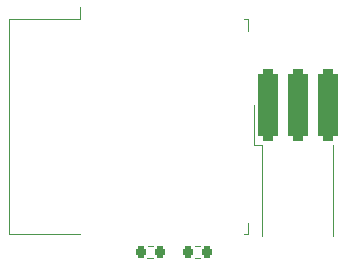
<source format=gbo>
G04 #@! TF.GenerationSoftware,KiCad,Pcbnew,(6.0.4)*
G04 #@! TF.CreationDate,2023-03-05T19:47:51+01:00*
G04 #@! TF.ProjectId,hair-02,68616972-2d30-4322-9e6b-696361645f70,rev?*
G04 #@! TF.SameCoordinates,Original*
G04 #@! TF.FileFunction,Legend,Bot*
G04 #@! TF.FilePolarity,Positive*
%FSLAX46Y46*%
G04 Gerber Fmt 4.6, Leading zero omitted, Abs format (unit mm)*
G04 Created by KiCad (PCBNEW (6.0.4)) date 2023-03-05 19:47:51*
%MOMM*%
%LPD*%
G01*
G04 APERTURE LIST*
G04 Aperture macros list*
%AMRoundRect*
0 Rectangle with rounded corners*
0 $1 Rounding radius*
0 $2 $3 $4 $5 $6 $7 $8 $9 X,Y pos of 4 corners*
0 Add a 4 corners polygon primitive as box body*
4,1,4,$2,$3,$4,$5,$6,$7,$8,$9,$2,$3,0*
0 Add four circle primitives for the rounded corners*
1,1,$1+$1,$2,$3*
1,1,$1+$1,$4,$5*
1,1,$1+$1,$6,$7*
1,1,$1+$1,$8,$9*
0 Add four rect primitives between the rounded corners*
20,1,$1+$1,$2,$3,$4,$5,0*
20,1,$1+$1,$4,$5,$6,$7,0*
20,1,$1+$1,$6,$7,$8,$9,0*
20,1,$1+$1,$8,$9,$2,$3,0*%
G04 Aperture macros list end*
%ADD10C,0.120000*%
%ADD11C,0.650000*%
%ADD12O,1.000000X2.100000*%
%ADD13O,1.000000X1.600000*%
%ADD14RoundRect,0.218750X-0.218750X-0.256250X0.218750X-0.256250X0.218750X0.256250X-0.218750X0.256250X0*%
%ADD15R,0.900000X1.500000*%
%ADD16R,0.700000X0.700000*%
%ADD17RoundRect,0.218750X0.218750X0.256250X-0.218750X0.256250X-0.218750X-0.256250X0.218750X-0.256250X0*%
%ADD18RoundRect,0.425000X-0.425000X-2.625000X0.425000X-2.625000X0.425000X2.625000X-0.425000X2.625000X0*%
G04 APERTURE END LIST*
D10*
X150262742Y-116410000D02*
X150737258Y-116410000D01*
X150262742Y-115390000D02*
X150737258Y-115390000D01*
X134530000Y-96180000D02*
X140530000Y-96180000D01*
X140530000Y-96180000D02*
X140530000Y-95180000D01*
X154460000Y-114420000D02*
X154770000Y-114420000D01*
X154770000Y-96180000D02*
X154770000Y-97180000D01*
X154460000Y-96180000D02*
X154770000Y-96180000D01*
X134530000Y-96180000D02*
X134530000Y-114420000D01*
X134530000Y-114420000D02*
X140530000Y-114420000D01*
X154770000Y-113420000D02*
X154770000Y-114420000D01*
X146737258Y-116410000D02*
X146262742Y-116410000D01*
X146737258Y-115390000D02*
X146276274Y-115390000D01*
X162000000Y-114550000D02*
X162000000Y-106850000D01*
X156000000Y-114550000D02*
X156000000Y-106850000D01*
X156000000Y-106850000D02*
X155310000Y-106850000D01*
X155310000Y-106850000D02*
X155310000Y-103500000D01*
%LPC*%
D11*
X145610000Y-112250000D03*
X151390000Y-112250000D03*
D12*
X144180000Y-111720000D03*
D13*
X144180000Y-115900000D03*
D12*
X152820000Y-111720000D03*
D13*
X152820000Y-115900000D03*
D14*
X149712500Y-115900000D03*
X151287500Y-115900000D03*
D15*
X141750000Y-96550000D03*
X143250000Y-96550000D03*
X144750000Y-96550000D03*
X146250000Y-96550000D03*
X147750000Y-96550000D03*
X149250000Y-96550000D03*
X150750000Y-96550000D03*
X152250000Y-96550000D03*
X153750000Y-96550000D03*
X153750000Y-114050000D03*
X152250000Y-114050000D03*
X150750000Y-114050000D03*
X149250000Y-114050000D03*
X147750000Y-114050000D03*
X146250000Y-114050000D03*
X144750000Y-114050000D03*
X143250000Y-114050000D03*
X141750000Y-114050000D03*
D16*
X147950000Y-105160000D03*
X146850000Y-107360000D03*
X149050000Y-107360000D03*
X146850000Y-105160000D03*
X149050000Y-106260000D03*
X146850000Y-106260000D03*
X147950000Y-106260000D03*
X149050000Y-105160000D03*
X147950000Y-107360000D03*
D17*
X147287500Y-115900000D03*
X145712500Y-115900000D03*
D18*
X161540000Y-103500000D03*
X159000000Y-103500000D03*
X156460000Y-103500000D03*
M02*

</source>
